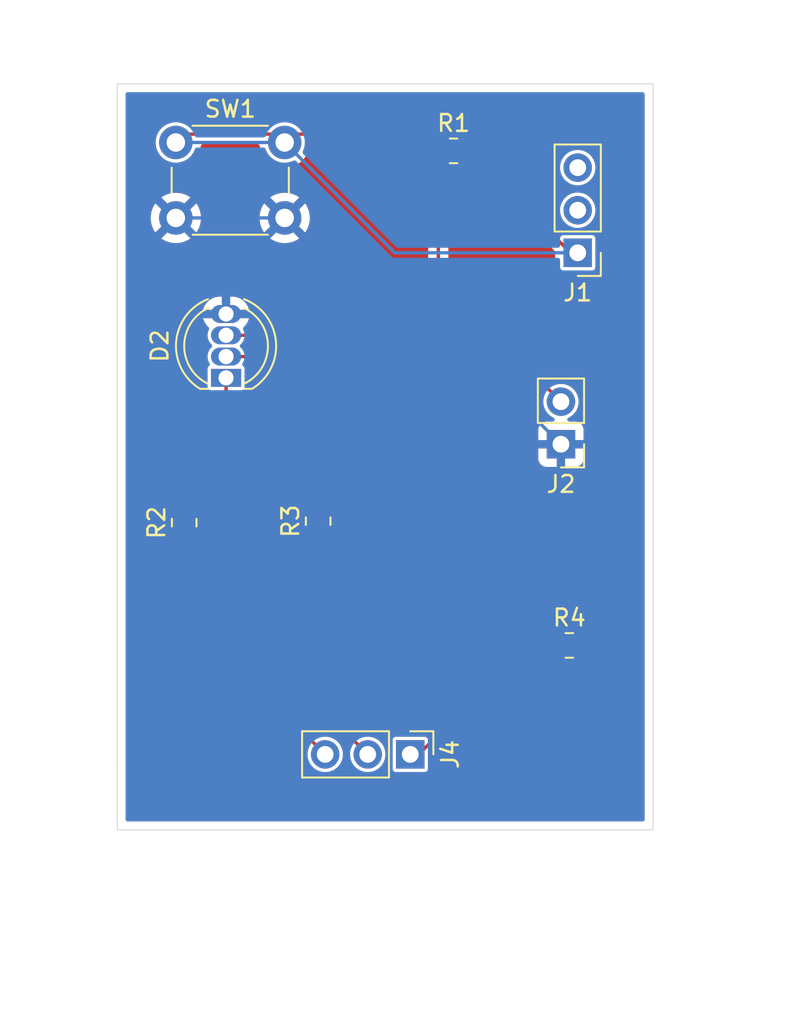
<source format=kicad_pcb>
(kicad_pcb (version 20241229) (generator "pcbnew") (generator_version "9.0")
  (layers (0 "F.Cu" signal) (2 "B.Cu" signal) (13 "F.Paste" user) (15 "B.Paste" user) (5 "F.SilkS" user "F.Silkscreen") (7 "B.SilkS" user "B.Silkscreen") (1 "F.Mask" user) (3 "B.Mask" user) (25 "Edge.Cuts" user))
  (net 0 "")
  (net 1 "Net-(J1-Pin_1)")
  (net 2 "Net-(J4-Pin_2)")
  (net 3 "Net-(J4-Pin_1)")
  (net 4 "Net-(J4-Pin_3)")
  (net 5 "Net-(D2-GA)")
  (net 6 "Net-(D2-RA)")
  (net 7 "GND")
  (net 8 "Net-(D2-BA)")
  (net 9 "+3.3V")
  (footprint "Resistor_SMD:R_0805_2012Metric" (layer "F.Cu") (at 156.5 103.5)
    (property "Reference" "R4" (at 0 -1.65 0) (layer "F.SilkS"))
    (property "Value" "1k")
    (fp_line (start -0.227064 -0.735) (end 0.227064 -0.735) (stroke (width 0.12)) (layer "F.SilkS"))
    (fp_line (start -0.227064 0.735) (end 0.227064 0.735) (stroke (width 0.12)) (layer "F.SilkS"))
    (pad "1" smd roundrect (at -0.9125 0) (size 1.025 1.4) (layers "F.Cu" "F.Mask" "F.Paste") (roundrect_rratio 0.243902) (net 3 "Net-(J4-Pin_1)"))
    (pad "2" smd roundrect (at 0.9125 0) (size 1.025 1.4) (layers "F.Cu" "F.Mask" "F.Paste") (roundrect_rratio 0.243902) (net 8 "Net-(D2-BA)"))
  )
  (footprint "Connector_PinHeader_2.54mm:PinHeader_1x02_P2.54mm_Vertical" (layer "F.Cu") (at 156 91.5 180)
    (property "Reference" "J2" (at 0 -2.38 0) (layer "F.SilkS"))
    (property "Value" "GND_PWR Headers")
    (fp_line (start 1.38 1.27) (end 1.38 3.92) (stroke (width 0.12)) (layer "F.SilkS"))
    (fp_line (start -1.38 3.92) (end 1.38 3.92) (stroke (width 0.12)) (layer "F.SilkS"))
    (fp_line (start -1.38 1.27) (end 1.38 1.27) (stroke (width 0.12)) (layer "F.SilkS"))
    (fp_line (start -1.38 1.27) (end -1.38 3.92) (stroke (width 0.12)) (layer "F.SilkS"))
    (fp_line (start -1.38 0) (end -1.38 -1.38) (stroke (width 0.12)) (layer "F.SilkS"))
    (fp_line (start -1.38 -1.38) (end 0 -1.38) (stroke (width 0.12)) (layer "F.SilkS"))
    (pad "1" thru_hole rect (at 0 0 180) (size 1.7 1.7) (drill 1) (layers "*.Cu" "*.Mask") (net 7 "GND"))
    (pad "2" thru_hole circle (at 0 2.54 180) (size 1.7 1.7) (drill 1) (layers "*.Cu" "*.Mask") (net 9 "+3.3V"))
  )
  (footprint "Connector_PinHeader_2.54mm:PinHeader_1x03_P2.54mm_Vertical" (layer "F.Cu") (at 147 110 -90)
    (property "Reference" "J4" (at 0 -2.38 90) (layer "F.SilkS"))
    (property "Value" "RGB_GPIOs")
    (fp_line (start -1.38 6.46) (end 1.38 6.46) (stroke (width 0.12)) (layer "F.SilkS"))
    (fp_line (start -1.38 1.27) (end -1.38 6.46) (stroke (width 0.12)) (layer "F.SilkS"))
    (fp_line (start -1.38 1.27) (end 1.38 1.27) (stroke (width 0.12)) (layer "F.SilkS"))
    (fp_line (start 1.38 1.27) (end 1.38 6.46) (stroke (width 0.12)) (layer "F.SilkS"))
    (fp_line (start -1.38 0) (end -1.38 -1.38) (stroke (width 0.12)) (layer "F.SilkS"))
    (fp_line (start -1.38 -1.38) (end 0 -1.38) (stroke (width 0.12)) (layer "F.SilkS"))
    (pad "1" thru_hole rect (at 0 0 270) (size 1.7 1.7) (drill 1) (layers "*.Cu" "*.Mask") (net 3 "Net-(J4-Pin_1)"))
    (pad "2" thru_hole circle (at 0 2.54 270) (size 1.7 1.7) (drill 1) (layers "*.Cu" "*.Mask") (net 2 "Net-(J4-Pin_2)"))
    (pad "3" thru_hole circle (at 0 5.08 270) (size 1.7 1.7) (drill 1) (layers "*.Cu" "*.Mask") (net 4 "Net-(J4-Pin_3)"))
  )
  (footprint "Resistor_SMD:R_0805_2012Metric" (layer "F.Cu") (at 149.5875 74)
    (property "Reference" "R1" (at 0 -1.65 0) (layer "F.SilkS"))
    (property "Value" "1k")
    (fp_line (start -0.227064 -0.735) (end 0.227064 -0.735) (stroke (width 0.12)) (layer "F.SilkS"))
    (fp_line (start -0.227064 0.735) (end 0.227064 0.735) (stroke (width 0.12)) (layer "F.SilkS"))
    (pad "1" smd roundrect (at -0.9125 0) (size 1.025 1.4) (layers "F.Cu" "F.Mask" "F.Paste") (roundrect_rratio 0.243902) (net 9 "+3.3V"))
    (pad "2" smd roundrect (at 0.9125 0) (size 1.025 1.4) (layers "F.Cu" "F.Mask" "F.Paste") (roundrect_rratio 0.243902) (net 1 "Net-(J1-Pin_1)"))
  )
  (footprint "Resistor_SMD:R_0805_2012Metric" (layer "F.Cu") (at 141.5 96.0875 90)
    (property "Reference" "R3" (at 0 -1.65 90) (layer "F.SilkS"))
    (property "Value" "1k")
    (fp_line (start -0.227064 -0.735) (end 0.227064 -0.735) (stroke (width 0.12)) (layer "F.SilkS"))
    (fp_line (start -0.227064 0.735) (end 0.227064 0.735) (stroke (width 0.12)) (layer "F.SilkS"))
    (pad "1" smd roundrect (at -0.9125 0 90) (size 1.025 1.4) (layers "F.Cu" "F.Mask" "F.Paste") (roundrect_rratio 0.243902) (net 2 "Net-(J4-Pin_2)"))
    (pad "2" smd roundrect (at 0.9125 0 90) (size 1.025 1.4) (layers "F.Cu" "F.Mask" "F.Paste") (roundrect_rratio 0.243902) (net 5 "Net-(D2-GA)"))
  )
  (footprint "Resistor_SMD:R_0805_2012Metric" (layer "F.Cu") (at 133.5 96.175 90)
    (property "Reference" "R2" (at 0 -1.65 90) (layer "F.SilkS"))
    (property "Value" "1k")
    (fp_line (start -0.227064 -0.735) (end 0.227064 -0.735) (stroke (width 0.12)) (layer "F.SilkS"))
    (fp_line (start -0.227064 0.735) (end 0.227064 0.735) (stroke (width 0.12)) (layer "F.SilkS"))
    (pad "1" smd roundrect (at -0.9125 0 90) (size 1.025 1.4) (layers "F.Cu" "F.Mask" "F.Paste") (roundrect_rratio 0.243902) (net 4 "Net-(J4-Pin_3)"))
    (pad "2" smd roundrect (at 0.9125 0 90) (size 1.025 1.4) (layers "F.Cu" "F.Mask" "F.Paste") (roundrect_rratio 0.243902) (net 6 "Net-(D2-RA)"))
  )
  (footprint "LED_THT:LED_D5.0mm-4_RGB" (layer "F.Cu") (at 136 87.54 90)
    (property "Reference" "D2" (at 1.905 -3.96 90) (layer "F.SilkS"))
    (property "Value" "LED_RGBK")
    (fp_line (start -0.655 -1.545) (end -0.655 -1.08) (stroke (width 0.12)) (layer "F.SilkS"))
    (fp_line (start -0.655 1.08) (end -0.655 1.545) (stroke (width 0.12)) (layer "F.SilkS"))
    (fp_arc (start -0.655 -1.54483) (mid 2.163898 -2.97877) (end 4.693136 -1.08) (stroke (width 0.12)) (layer "F.SilkS"))
    (fp_arc (start -0.349684 -1.08) (mid 1.905 -2.5) (end 4.159684 -1.08) (stroke (width 0.12)) (layer "F.SilkS"))
    (fp_arc (start 4.693136 1.08) (mid 2.163898 2.97877) (end -0.655 1.54483) (stroke (width 0.12)) (layer "F.SilkS"))
    (fp_arc (start 4.159684 1.08) (mid 1.905 2.5) (end -0.349684 1.08) (stroke (width 0.12)) (layer "F.SilkS"))
    (pad "1" thru_hole rect (at 0 0 90) (size 1.07 1.8) (drill 0.9) (layers "*.Cu" "*.Mask") (net 6 "Net-(D2-RA)"))
    (pad "2" thru_hole oval (at 1.27 0 90) (size 1.07 1.8) (drill 0.9) (layers "*.Cu" "*.Mask") (net 5 "Net-(D2-GA)"))
    (pad "3" thru_hole oval (at 2.54 0 90) (size 1.07 1.8) (drill 0.9) (layers "*.Cu" "*.Mask") (net 8 "Net-(D2-BA)"))
    (pad "4" thru_hole oval (at 3.81 0 90) (size 1.07 1.8) (drill 0.9) (layers "*.Cu" "*.Mask") (net 7 "GND"))
  )
  (footprint "Button_Switch_THT:SW_PUSH_6mm" (layer "F.Cu") (at 133 73.5)
    (property "Reference" "SW1" (at 3.25 -2 0) (layer "F.SilkS"))
    (property "Value" "SW_Push")
    (fp_line (start -0.25 1.5) (end -0.25 3) (stroke (width 0.12)) (layer "F.SilkS"))
    (fp_line (start 1 5.5) (end 5.5 5.5) (stroke (width 0.12)) (layer "F.SilkS"))
    (fp_line (start 5.5 -1) (end 1 -1) (stroke (width 0.12)) (layer "F.SilkS"))
    (fp_line (start 6.75 3) (end 6.75 1.5) (stroke (width 0.12)) (layer "F.SilkS"))
    (pad "1" thru_hole circle (at 0 0 90) (size 2 2) (drill 1.1) (layers "*.Cu" "*.Mask") (net 1 "Net-(J1-Pin_1)"))
    (pad "1" thru_hole circle (at 6.5 0 90) (size 2 2) (drill 1.1) (layers "*.Cu" "*.Mask") (net 1 "Net-(J1-Pin_1)"))
    (pad "2" thru_hole circle (at 0 4.5 90) (size 2 2) (drill 1.1) (layers "*.Cu" "*.Mask") (net 7 "GND"))
    (pad "2" thru_hole circle (at 6.5 4.5 90) (size 2 2) (drill 1.1) (layers "*.Cu" "*.Mask") (net 7 "GND"))
  )
  (footprint "Connector_PinHeader_2.54mm:PinHeader_1x03_P2.54mm_Vertical" (layer "F.Cu") (at 157 80.08 180)
    (property "Reference" "J1" (at 0 -2.38 0) (layer "F.SilkS"))
    (property "Value" "Button_GPIO")
    (fp_line (start 1.38 1.27) (end 1.38 6.46) (stroke (width 0.12)) (layer "F.SilkS"))
    (fp_line (start -1.38 6.46) (end 1.38 6.46) (stroke (width 0.12)) (layer "F.SilkS"))
    (fp_line (start -1.38 1.27) (end 1.38 1.27) (stroke (width 0.12)) (layer "F.SilkS"))
    (fp_line (start -1.38 1.27) (end -1.38 6.46) (stroke (width 0.12)) (layer "F.SilkS"))
    (fp_line (start -1.38 0) (end -1.38 -1.38) (stroke (width 0.12)) (layer "F.SilkS"))
    (fp_line (start -1.38 -1.38) (end 0 -1.38) (stroke (width 0.12)) (layer "F.SilkS"))
    (pad "1" thru_hole rect (at 0 0 180) (size 1.7 1.7) (drill 1) (layers "*.Cu" "*.Mask") (net 1 "Net-(J1-Pin_1)"))
    (pad "2" thru_hole circle (at 0 2.54 180) (size 1.7 1.7) (drill 1) (layers "*.Cu" "*.Mask"))
    (pad "3" thru_hole circle (at 0 5.08 180) (size 1.7 1.7) (drill 1) (layers "*.Cu" "*.Mask"))
  )
  (gr_line (start 129.5 70) (end 161.5 70) (stroke (width 0.05)) (layer "Edge.Cuts"))
  (gr_line (start 161.5 70) (end 161.5 114.5) (stroke (width 0.05)) (layer "Edge.Cuts"))
  (gr_line (start 129.5 70.5) (end 129.5 110.5) (stroke (width 0.05)) (layer "Edge.Cuts"))
  (gr_line (start 129.5 114.5) (end 129.5 110.5) (stroke (width 0.05)) (layer "Edge.Cuts"))
  (gr_line (start 161.5 114.5) (end 129.5 114.5) (stroke (width 0.05)) (layer "Edge.Cuts"))
  (gr_line (start 129.5 70) (end 129.5 70.5) (stroke (width 0.05)) (layer "Edge.Cuts"))
  (segment (start 133 73) (end 149.5 73) (width 0.2) (layer "F.Cu") (net 1))
  (segment (start 133 73.5) (end 133 73) (width 0.2) (layer "F.Cu") (net 1))
  (segment (start 150.5 74) (end 156.58 80.08) (width 0.2) (layer "F.Cu") (net 1))
  (segment (start 149.5 73) (end 150.5 74) (width 0.2) (layer "F.Cu") (net 1))
  (segment (start 156.58 80.08) (end 157 80.08) (width 0.2) (layer "F.Cu") (net 1))
  (segment (start 146.08 80.08) (end 157 80.08) (width 0.2) (layer "B.Cu") (net 1))
  (segment (start 139.5 73.5) (end 146.08 80.08) (width 0.2) (layer "B.Cu") (net 1))
  (segment (start 133 73.5) (end 139.5 73.5) (width 0.2) (layer "B.Cu") (net 1))
  (segment (start 141.5 97) (end 141.5 107.04) (width 0.2) (layer "F.Cu") (net 2))
  (segment (start 141.5 107.04) (end 144.46 110) (width 0.2) (layer "F.Cu") (net 2))
  (segment (start 147.5 110) (end 154 103.5) (width 0.2) (layer "F.Cu") (net 3))
  (segment (start 147 110) (end 147.5 110) (width 0.2) (layer "F.Cu") (net 3))
  (segment (start 154 103.5) (end 155.5875 103.5) (width 0.2) (layer "F.Cu") (net 3))
  (segment (start 133.5 101.58) (end 141.92 110) (width 0.2) (layer "F.Cu") (net 4))
  (segment (start 133.5 97.0875) (end 133.5 101.58) (width 0.2) (layer "F.Cu") (net 4))
  (segment (start 136 86.27) (end 137.1 86.27) (width 0.2) (layer "F.Cu") (net 5))
  (segment (start 141.5 90.67) (end 141.5 95.175) (width 0.2) (layer "F.Cu") (net 5))
  (segment (start 137.1 86.27) (end 141.5 90.67) (width 0.2) (layer "F.Cu") (net 5))
  (segment (start 136 92.7625) (end 133.5 95.2625) (width 0.2) (layer "F.Cu") (net 6))
  (segment (start 136 87.54) (end 136 92.7625) (width 0.2) (layer "F.Cu") (net 6))
  (segment (start 136 83.73) (end 136 81) (width 0.2) (layer "B.Cu") (net 7))
  (segment (start 139.5 78) (end 136 81.5) (width 0.2) (layer "B.Cu") (net 7))
  (segment (start 156 91.5) (end 148.23 83.73) (width 0.2) (layer "B.Cu") (net 7))
  (segment (start 148.23 83.73) (end 136 83.73) (width 0.2) (layer "B.Cu") (net 7))
  (segment (start 136 81) (end 133 78) (width 0.2) (layer "B.Cu") (net 7))
  (segment (start 136 81.5) (end 136 83.73) (width 0.2) (layer "B.Cu") (net 7))
  (segment (start 133 78) (end 139.5 78) (width 0.2) (layer "B.Cu") (net 7))
  (segment (start 138.9125 85) (end 157.4125 103.5) (width 0.2) (layer "F.Cu") (net 8))
  (segment (start 136 85) (end 138.9125 85) (width 0.2) (layer "F.Cu") (net 8))
  (segment (start 148.675 81.635) (end 156 88.96) (width 0.2) (layer "F.Cu") (net 9))
  (segment (start 148.675 74) (end 148.675 81.635) (width 0.2) (layer "F.Cu") (net 9))
  (zone (net 7) (net_name "GND") (layer "F.Cu") (connect_pads (clearance 0.5)) (min_thickness 0.25) (fill yes (thermal_gap 0.5) (thermal_bridge_width 0.5))
    (polygon (pts (xy 126 68) (xy 126 118.5) (xy 165 118) (xy 165 68)))
  )
  (zone (net 7) (net_name "GND") (layer "B.Cu") (priority 1) (connect_pads (clearance 0.2)) (min_thickness 0.25) (fill yes (thermal_gap 0.5) (thermal_bridge_width 0.5))
    (polygon (pts (xy 122.5 65) (xy 122.5 121) (xy 167 121) (xy 167 65)))
  )
)
</source>
